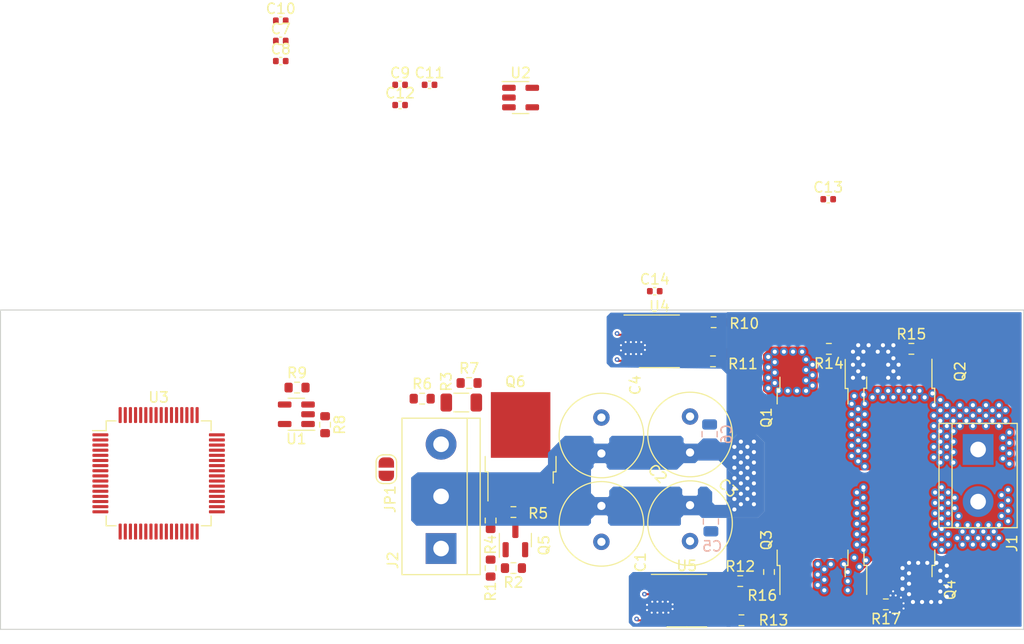
<source format=kicad_pcb>
(kicad_pcb (version 20211014) (generator pcbnew)
  (layers (0 "F.Cu" signal) (1 "In1.Cu" signal) (2 "In2.Cu" signal) (31 "B.Cu" signal) (34 "B.Paste" user) (35 "F.Paste" user) (36 "B.SilkS" user "B.Silkscreen") (37 "F.SilkS" user "F.Silkscreen") (38 "B.Mask" user) (39 "F.Mask" user) (44 "Edge.Cuts" user))
  (net 0 "")
  (net 1 "HBridge_supply")
  (net 2 "GND")
  (net 3 "PowerSupply_Digital")
  (net 4 "Net-(C7-Pad1)")
  (net 5 "Net-(Q5-Pad1)")
  (net 6 "Net-(Q5-Pad3)")
  (net 7 "Net-(Q6-Pad1)")
  (net 8 "I_MON_N")
  (net 9 "HBridge_control")
  (net 10 "Net-(R6-Pad1)")
  (net 11 "Net-(R7-Pad1)")
  (net 12 "I_MON_P")
  (net 13 "PS3V3")
  (net 14 "Gate1")
  (net 15 "Gate2")
  (net 16 "Gate3")
  (net 17 "Gate4")
  (net 18 "/H-Bridge/Coil_1")
  (net 19 "/H-Bridge/Coil_2")
  (net 20 "Current_MON")
  (net 76 "Net-(R10-Pad1)")
  (net 77 "Net-(R11-Pad1)")
  (net 78 "Net-(R12-Pad1)")
  (net 79 "Net-(R13-Pad1)")
  (net 80 "PWM_A")
  (net 81 "PWM_B")
  (footprint "Capacitor_SMD:C_0402_1005Metric" (layer "F.Cu") (at 130.373 85.374)
    (fp_text reference "C9")
    (fp_text value "100n")
  )
  (footprint "TerminalBlock:TerminalBlock_bornier-2_P5.08mm" (layer "F.Cu") (at 186.69 120.904 -90)
    (fp_text reference "J1")
    (fp_text value "LC_Tank")
  )
  (footprint "Package_TO_SOT_SMD:TO-252-2" (layer "F.Cu") (at 179.0192 129.7268 90)
    (fp_text reference "Q4")
    (fp_text value "NP1045G")
  )
  (footprint "Resistor_SMD:R_0603_1608Metric" (layer "F.Cu") (at 160.857 112.314)
    (fp_text reference "R11")
    (fp_text value "240")
  )
  (footprint "Resistor_SMD:R_0603_1608Metric" (layer "F.Cu") (at 120.333 114.872)
    (fp_text reference "R9")
    (fp_text value "TBD" hide)
  )
  (footprint "Capacitor_THT:C_Radial_D8.0mm_H11.5mm_P3.50mm" (layer "F.Cu") (at 149.987 129.901 90)
    (fp_text reference "C1")
    (fp_text value "470uF" hide)
  )
  (footprint "Resistor_SMD:R_0603_1608Metric" (layer "F.Cu") (at 172.149 111.0996 180)
    (fp_text reference "R14")
    (fp_text value "10k")
  )
  (footprint "Capacitor_SMD:C_0402_1005Metric" (layer "F.Cu") (at 118.745 79.118)
    (fp_text reference "C10")
    (fp_text value "100n")
  )
  (footprint "Resistor_SMD:R_1206_3216Metric" (layer "F.Cu") (at 136.3365 116.332 180)
    (fp_text reference "R3")
    (fp_text value "0.001" hide)
  )
  (footprint "Package_TO_SOT_SMD:SOT-23" (layer "F.Cu") (at 141.605 129.731 90)
    (fp_text reference "Q5")
    (fp_text value "MMBT3904" hide)
  )
  (footprint "Resistor_SMD:R_0603_1608Metric" (layer "F.Cu") (at 177.6984 135.9916 180)
    (fp_text reference "R17")
    (fp_text value "10k")
  )
  (footprint "Package_TO_SOT_SMD:TO-252-2" (layer "F.Cu") (at 142.114 120.615 90)
    (fp_text reference "Q6")
    (fp_text value "HYG065P03LQ1" hide)
  )
  (footprint "Resistor_SMD:R_0603_1608Metric" (layer "F.Cu") (at 123.063 118.491 -90)
    (fp_text reference "R8")
    (fp_text value "TBD" hide)
  )
  (footprint "TerminalBlock:TerminalBlock_bornier-3_P5.08mm" (layer "F.Cu") (at 134.366 130.556 90)
    (fp_text reference "J2")
    (fp_text value "Conn_01x03")
  )
  (footprint "Resistor_SMD:R_0603_1608Metric" (layer "F.Cu") (at 163.513 133.731)
    (fp_text reference "R12")
    (fp_text value "240")
  )
  (footprint "Capacitor_SMD:C_0402_1005Metric" (layer "F.Cu") (at 172.085 96.52)
    (fp_text reference "C13")
    (fp_text value "100n")
  )
  (footprint "Package_TO_SOT_SMD:TO-252-2" (layer "F.Cu") (at 179.0112 117.4106 -90)
    (fp_text reference "Q2")
    (fp_text value "NP1045G")
  )
  (footprint "Capacitor_SMD:C_0402_1005Metric" (layer "F.Cu") (at 133.243 85.374)
    (fp_text reference "C11")
    (fp_text value "100n")
  )
  (footprint "Capacitor_SMD:C_0402_1005Metric" (layer "F.Cu") (at 118.745 83.058)
    (fp_text reference "C8")
    (fp_text value "100n")
  )
  (footprint "Resistor_SMD:R_0603_1608Metric" (layer "F.Cu") (at 180.1876 111.0996)
    (fp_text reference "R15")
    (fp_text value "10k")
  )
  (footprint "Capacitor_THT:C_Radial_D8.0mm_H11.5mm_P3.50mm" (layer "F.Cu") (at 149.987 117.793 -90)
    (fp_text reference "C4")
    (fp_text value "470uF" hide)
  )
  (footprint "Resistor_SMD:R_0603_1608Metric" (layer "F.Cu") (at 141.415 132.461)
    (fp_text reference "R2")
    (fp_text value "6k8" hide)
  )
  (footprint "Capacitor_THT:C_Radial_D8.0mm_H11.5mm_P3.50mm" (layer "F.Cu") (at 158.623 117.694 -90)
    (fp_text reference "C2")
    (fp_text value "470uF" hide)
  )
  (footprint "Capacitor_SMD:C_0402_1005Metric" (layer "F.Cu") (at 130.373 87.344)
    (fp_text reference "C12")
    (fp_text value "100n")
  )
  (footprint "Package_SO:SOIC-8_3.9x4.9mm_P1.27mm" (layer "F.Cu") (at 155.637 110.363)
    (fp_text reference "U4")
    (fp_text value "COS4426")
  )
  (footprint "Resistor_SMD:R_0603_1608Metric" (layer "F.Cu") (at 141.415 127 180)
    (fp_text reference "R5")
    (fp_text value "240" hide)
  )
  (footprint "Package_SO:SOIC-8_3.9x4.9mm_P1.27mm" (layer "F.Cu") (at 158.304 135.636)
    (fp_text reference "U5")
    (fp_text value "COS4426")
  )
  (footprint "Capacitor_THT:C_Radial_D8.0mm_H11.5mm_P3.50mm" (layer "F.Cu") (at 158.623 129.83 90)
    (fp_text reference "C3")
    (fp_text value "470uF")
  )
  (footprint "Resistor_SMD:R_0603_1608Metric" (layer "F.Cu") (at 132.525 115.951)
    (fp_text reference "R6")
    (fp_text value "TBD" hide)
  )
  (footprint "Package_TO_SOT_SMD:SOT-23-5" (layer "F.Cu") (at 120.2635 117.473 180)
    (fp_text reference "U1")
    (fp_text value "LM321" hide)
  )
  (footprint "Resistor_SMD:R_0603_1608Metric" (layer "F.Cu") (at 163.63 137.541)
    (fp_text reference "R13")
    (fp_text value "240")
  )
  (footprint "Package_QFP:LQFP-64_10x10mm_P0.5mm" (layer "F.Cu") (at 106.847 123.226)
    (fp_text reference "U3")
    (fp_text value "STM32F103RFTx")
  )
  (footprint "Resistor_SMD:R_0603_1608Metric" (layer "F.Cu") (at 166.3192 132.842 90)
    (fp_text reference "R16")
    (fp_text value "10k")
  )
  (footprint "Capacitor_SMD:C_0402_1005Metric" (layer "F.Cu") (at 118.745 81.088)
    (fp_text reference "C7")
    (fp_text value "100n")
  )
  (footprint "Package_TO_SOT_SMD:TO-252-2" (layer "F.Cu") (at 170.561 117.4324 -90)
    (fp_text reference "Q1")
    (fp_text value "NP1045G")
  )
  (footprint "Resistor_SMD:R_0603_1608Metric" (layer "F.Cu") (at 160.921 108.504)
    (fp_text reference "R10")
    (fp_text value "240")
  )
  (footprint "Capacitor_SMD:C_0402_1005Metric" (layer "F.Cu") (at 155.185 105.48)
    (fp_text reference "C14")
    (fp_text value "100n")
  )
  (footprint "Resistor_SMD:R_0603_1608Metric" (layer "F.Cu") (at 137.097 114.427)
    (fp_text reference "R7")
    (fp_text value "TBD" hide)
  )
  (footprint "Jumper:SolderJumper-2_P1.3mm_Open_RoundedPad1.0x1.5mm" (layer "F.Cu") (at 129.032 122.824 -90)
    (fp_text reference "JP1")
    (fp_text value "PSMerge")
  )
  (footprint "Resistor_SMD:R_0603_1608Metric" (layer "F.Cu") (at 139.192 132.461 -90)
    (fp_text reference "R1")
    (fp_text value "3k3" hide)
  )
  (footprint "Resistor_SMD:R_0603_1608Metric" (layer "F.Cu") (at 139.192 127.826 -90)
    (fp_text reference "R4")
    (fp_text value "5k1" hide)
  )
  (footprint "Package_TO_SOT_SMD:SOT-23-5" (layer "F.Cu") (at 142.113 86.614)
    (fp_text reference "U2")
    (fp_text value "LM321")
  )
  (footprint "Package_TO_SOT_SMD:TO-252-2" (layer "F.Cu") (at 170.561 129.735 90)
    (fp_text reference "Q3")
    (fp_text value "NP1045G")
  )
  (footprint "Capacitor_SMD:C_0805_2012Metric" (layer "B.Cu") (at 160.528 119.416 -90)
    (fp_text reference "C6")
    (fp_text value "100n")
  )
  (footprint "Capacitor_SMD:C_0805_2012Metric" (layer "B.Cu") (at 160.655 127.925 90)
    (fp_text reference "C5")
    (fp_text value "100n")
  )
  (gr_line (start 91.44 107.315) (end 91.44 138.43) (layer "Edge.Cuts") (width 0.1))
  (gr_line (start 91.44 107.315) (end 191.135 107.315) (layer "Edge.Cuts") (width 0.1))
  (gr_line (start 191.135 138.43) (end 91.44 138.43) (layer "Edge.Cuts") (width 0.1))
  (gr_line (start 191.135 107.315) (end 191.135 138.43) (layer "Edge.Cuts") (width 0.1))
  (segment (start 171.9072 118.1862) (end 170.561 119.5324) (width 0.25) (layer "F.Cu") (net 1))
  (segment (start 171.324 111.126) (end 171.6532 111.4552) (width 0.55) (layer "F.Cu") (net 1))
  (segment (start 171.8564 118.237) (end 170.561 119.5324) (width 0.25) (layer "F.Cu") (net 1))
  (segment (start 171.324 111.0996) (end 171.324 111.126) (width 0.55) (layer "F.Cu") (net 1))
  (segment (start 171.6532 111.4552) (end 171.6532 118.4402) (width 0.55) (layer "F.Cu") (net 1))
  (segment (start 171.6532 118.4402) (end 170.561 119.5324) (width 0.55) (layer "F.Cu") (net 1))
  (via (at 179.324 132.461) (size 0.8) (drill 0.4) (layers "F.Cu" "B.Cu") (net 2))
  (via (at 179.959 135.001) (size 0.8) (drill 0.4) (layers "F.Cu" "B.Cu") (net 2))
  (via (at 177.927 111.379) (size 0.8) (drill 0.4) (layers "F.Cu" "B.Cu") (net 2))
  (via (at 179.324 134.493) (size 0.8) (drill 0.4) (layers "F.Cu" "B.Cu") (net 2))
  (via (at 164.846 121.158) (size 0.8) (drill 0.4) (layers "F.Cu" "B.Cu") (net 2))
  (via (at 179.4256 135.89) (size 0.45) (drill 0.2) (layers "F.Cu" "B.Cu") (net 2))
  (via (at 182.118 135.763) (size 0.8) (drill 0.4) (layers "F.Cu" "B.Cu") (net 2))
  (via (at 164.846 120.142) (size 0.8) (drill 0.4) (layers "F.Cu" "B.Cu") (net 2))
  (via (at 183.007 133.731) (size 0.8) (drill 0.4) (layers "F.Cu" "B.Cu") (net 2))
  (via (at 152.3492 110.4392) (size 0.45) (drill 0.2) (layers "F.Cu" "B.Cu") (net 2))
  (via (at 155.448 136.8044) (size 0.45) (drill 0.2) (layers "F.Cu" "B.Cu") (net 2))
  (via (at 154.2288 111.2012) (size 0.45) (drill 0.2) (layers "F.Cu" "B.Cu") (net 2))
  (via (at 162.941 126.746) (size 0.8) (drill 0.4) (layers "F.Cu" "B.Cu") (net 2))
  (via (at 183.642 132.207) (size 0.8) (drill 0.4) (layers "F.Cu" "B.Cu") (net 2))
  (via (at 164.211 120.65) (size 0.8) (drill 0.4) (layers "F.Cu" "B.Cu") (net 2))
  (via (at 175.006 110.744) (size 0.8) (drill 0.4) (layers "F.Cu" "B.Cu") (net 2))
  (via (at 152.8572 110.4392) (size 0.45) (drill 0.2) (layers "F.Cu" "B.Cu") (net 2))
  (via (at 152.3492 111.6076) (size 0.45) (drill 0.2) (layers "F.Cu" "B.Cu") (net 2))
  (via (at 156.9212 135.9916) (size 0.45) (drill 0.2) (layers "F.Cu" "B.Cu") (net 2))
  (via (at 178.943 113.919) (size 0.8) (drill 0.4) (layers "F.Cu" "B.Cu") (net 2))
  (via (at 153.8732 110.4392) (size 0.45) (drill 0.2) (layers "F.Cu" "B.Cu") (net 2))
  (via (at 179.324 133.477) (size 0.8) (drill 0.4) (layers "F.Cu" "B.Cu") (net 2))
  (via (at 177.419 110.744) (size 0.8) (drill 0.4) (layers "F.Cu" "B.Cu") (net 2))
  (via (at 175.006 113.284) (size 0.8) (drill 0.4) (layers "F.Cu" "B.Cu") (net 2))
  (via (at 178.6636 135.128) (size 0.45) (drill 0.2) (layers "F.Cu" "B.Cu") (net 2))
  (via (at 156.464 135.7376) (size 0.45) (drill 0.2) (layers "F.Cu" "B.Cu") (net 2))
  (via (at 163.576 120.142) (size 0.8) (drill 0.4) (layers "F.Cu" "B.Cu") (net 2))
  (via (at 154.8892 136.8044) (size 0.45) (drill 0.2) (layers "F.Cu" "B.Cu") (net 2))
  (via (at 162.941 122.682) (size 0.8) (drill 0.4) (layers "F.Cu" "B.Cu") (net 2))
  (via (at 179.959 131.953) (size 0.8) (drill 0.4) (layers "F.Cu" "B.Cu") (net 2))
  (via (at 181.229 135.763) (size 0.8) (drill 0.4) (layers "F.Cu" "B.Cu") (net 2))
  (via (at 180.848 131.953) (size 0.8) (drill 0.4) (layers "F.Cu" "B.Cu") (net 2))
  (via (at 162.941 123.698) (size 0.8) (drill 0.4) (layers "F.Cu" "B.Cu") (net 2))
  (via (at 164.211 124.714) (size 0.8) (drill 0.4) (layers "F.Cu" "B.Cu") (net 2))
  (via (at 176.022 110.744) (size 0.8) (drill 0.4) (layers "F.Cu" "B.Cu") (net 2))
  (via (at 162.941 120.65) (size 0.8) (drill 0.4) (layers "F.Cu" "B.Cu") (net 2))
  (via (at 151.892 110.744) (size 0.45) (drill 0.2) (layers "F.Cu" "B.Cu") (net 2))
  (via (at 164.211 125.73) (size 0.8) (drill 0.4) (layers "F.Cu" "B.Cu") (net 2))
  (via (at 153.3652 111.6076) (size 0.45) (drill 0.2) (layers "F.Cu" "B.Cu") (net 2))
  (via (at 164.846 126.238) (size 0.8) (drill 0.4) (layers "F.Cu" "B.Cu") (net 2))
  (via (at 164.846 125.222) (size 0.8) (drill 0.4) (layers "F.Cu" "B.Cu") (net 2))
  (via (at 164.846 122.174) (size 0.8) (drill 0.4) (layers "F.Cu" "B.Cu") (net 2))
  (via (at 183.007 134.747) (size 0.8) (drill 0.4) (layers "F.Cu" "B.Cu") (net 2))
  (via (at 162.941 125.73) (size 0.8) (drill 0.4) (layers "F.Cu" "B.Cu") (net 2))
  (via (at 178.1048 136.7536) (size 0.45) (drill 0.2) (layers "F.Cu" "B.Cu") (net 2))
  (via (at 178.4096 134.7216) (size 0.45) (drill 0.2) (layers "F.Cu" "B.Cu") (net 2))
  (via (at 163.576 124.206) (size 0.8) (drill 0.4) (layers "F.Cu" "B.Cu") (net 2))
  (via (at 177.927 113.919) (size 0.8) (drill 0.4) (layers "F.Cu" "B.Cu") (net 2))
  (via (at 163.576 122.174) (size 0.8) (drill 0.4) (layers "F.Cu" "B.Cu") (net 2))
  (via (at 176.911 111.379) (size 0.8) (drill 0.4) (layers "F.Cu" "B.Cu") (net 2))
  (via (at 174.498 111.379) (size 0.8) (drill 0.4) (layers "F.Cu" "B.Cu") (net 2))
  (via (at 163.576 126.238) (size 0.8) (drill 0.4) (layers "F.Cu" "B.Cu") (net 2))
  (via (at 163.576 125.222) (size 0.8) (drill 0.4) (layers "F.Cu" "B.Cu") (net 2))
  (via (at 153.8732 111.6076) (size 0.45) (drill 0.2) (layers "F.Cu" "B.Cu") (net 2))
  (via (at 175.006 112.014) (size 0.8) (drill 0.4) (layers "F.Cu" "B.Cu") (net 2))
  (via (at 154.2288 110.744) (size 0.45) (drill 0.2) (layers "F.Cu" "B.Cu") (net 2))
  (via (at 152.8572 111.6076) (size 0.45) (drill 0.2) (layers "F.Cu" "B.Cu") (net 2))
  (via (at 183.007 135.763) (size 0.8) (drill 0.4) (layers "F.Cu" "B.Cu") (net 2))
  (via (at 154.432 136.5504) (size 0.45) (drill 0.2) (layers "F.Cu" "B.Cu") (net 2))
  (via (at 151.892 111.252) (size 0.45) (drill 0.2) (layers "F.Cu" "B.Cu") (net 2))
  (via (at 178.435 112.014) (size 0.8) (drill 0.4) (layers "F.Cu" "B.Cu") (net 2))
  (via (at 162.941 124.714) (size 0.8) (drill 0.4) (layers "F.Cu" "B.Cu") (net 2))
  (via (at 174.498 112.649) (size 0.8) (drill 0.4) (layers "F.Cu" "B.Cu") (net 2))
  (via (at 163.576 121.158) (size 0.8) (drill 0.4) (layers "F.Cu" "B.Cu") (net 2))
  (via (at 178.435 113.284) (size 0.8) (drill 0.4) (layers "F.Cu" "B.Cu") (net 2))
  (via (at 179.0192 136.7536) (size 0.45) (drill 0.2) (layers "F.Cu" "B.Cu") (net 2))
  (via (at 155.956 135.7376) (size 0.45) (drill 0.2) (layers "F.Cu" "B.Cu") (net 2))
  (via (at 163.576 123.19) (size 0.8) (drill 0.4) (layers "F.Cu" "B.Cu") (net 2))
  (via (at 178.943 112.649) (size 0.8) (drill 0.4) (layers "F.Cu" "B.Cu") (net 2))
  (via (at 156.9212 136.4488) (size 0.45) (drill 0.2) (layers "F.Cu" "B.Cu") (net 2))
  (via (at 154.432 136.0424) (size 0.45) (drill 0.2) (layers "F.Cu" "B.Cu") (net 2))
  (via (at 164.846 123.19) (size 0.8) (drill 0.4) (layers "F.Cu" "B.Cu") (net 2))
  (via (at 180.34 135.763) (size 0.8) (drill 0.4) (layers "F.Cu" "B.Cu") (net 2))
  (via (at 183.007 132.715) (size 0.8) (drill 0.4) (layers "F.Cu" "B.Cu") (net 2))
  (via (at 164.211 123.698) (size 0.8) (drill 0.4) (layers "F.Cu" "B.Cu") (net 2))
  (via (at 179.959 133.985) (size 0.8) (drill 0.4) (layers "F.Cu" "B.Cu") (net 2))
  (via (at 183.642 134.239) (size 0.8) (drill 0.4) (layers "F.Cu" "B.Cu") (net 2))
  (via (at 182.626 131.953) (size 0.8) (drill 0.4) (layers "F.Cu" "B.Cu") (net 2))
  (via (at 164.211 122.682) (size 0.8) (drill 0.4) (layers "F.Cu" "B.Cu") (net 2))
  (via (at 175.514 111.379) (size 0.8) (drill 0.4) (layers "F.Cu" "B.Cu") (net 2))
  (via (at 175.514 113.919) (size 0.8) (drill 0.4) (layers "F.Cu" "B.Cu") (net 2))
  (via (at 179.1716 135.3312) (size 0.45) (drill 0.2) (layers "F.Cu" "B.Cu") (net 2))
  (via (at 153.3652 110.4392) (size 0.45) (drill 0.2) (layers "F.Cu" "B.Cu") (net 2))
  (via (at 164.211 121.666) (size 0.8) (drill 0.4) (layers "F.Cu" "B.Cu") (net 2))
  (via (at 183.642 135.255) (size 0.8) (drill 0.4) (layers "F.Cu" "B.Cu") (net 2))
  (via (at 164.846 124.206) (size 0.8) (drill 0.4) (layers "F.Cu" "B.Cu") (net 2))
  (via (at 178.562 136.9568) (size 0.45) (drill 0.2) (layers "F.Cu" "B.Cu") (net 2))
  (via (at 156.5148 136.8044) (size 0.45) (drill 0.2) (layers "F.Cu" "B.Cu") (net 2))
  (via (at 179.959 132.969) (size 0.8) (drill 0.4) (layers "F.Cu" "B.Cu") (net 2))
  (via (at 183.642 133.223) (size 0.8) (drill 0.4) (layers "F.Cu" "B.Cu") (net 2))
  (via (at 178.435 110.744) (size 0.8) (drill 0.4) (layers "F.Cu" "B.Cu") (net 2))
  (via (at 174.498 113.919) (size 0.8) (drill 0.4) (layers "F.Cu" "B.Cu") (net 2))
  (via (at 181.737 131.953) (size 0.8) (drill 0.4) (layers "F.Cu" "B.Cu") (net 2))
  (via (at 156.0068 136.8044) (size 0.45) (drill 0.2) (layers "F.Cu" "B.Cu") (net 2))
  (via (at 179.4256 136.398) (size 0.45) (drill 0.2) (layers "F.Cu" "B.Cu") (net 2))
  (via (at 155.448 135.7376) (size 0.45) (drill 0.2) (layers "F.Cu" "B.Cu") (net 2))
  (via (at 162.941 121.666) (size 0.8) (drill 0.4) (layers "F.Cu" "B.Cu") (net 2))
  (via (at 175.514 112.649) (size 0.8) (drill 0.4) (layers "F.Cu" "B.Cu") (net 2))
  (via (at 177.927 112.649) (size 0.8) (drill 0.4) (layers "F.Cu" "B.Cu") (net 2))
  (via (at 178.1556 135.128) (size 0.45) (drill 0.2) (layers "F.Cu" "B.Cu") (net 2))
  (via (at 154.94 135.7376) (size 0.45) (drill 0.2) (layers "F.Cu" "B.Cu") (net 2))
  (segment (start 161.682 112.13) (end 163.957 109.855) (width 0.8) (layer "F.Cu") (net 14))
  (segment (start 161.682 112.314) (end 161.682 112.13) (width 0.8) (layer "F.Cu") (net 14))
  (segment (start 163.957 109.855) (end 171.831 109.855) (width 0.8) (layer "F.Cu") (net 14))
  (segment (start 171.831 109.855) (end 172.841 110.865) (width 0.8) (layer "F.Cu") (net 14))
  (segment (start 172.841 110.865) (end 172.841 113.2324) (width 0.8) (layer "F.Cu") (net 14))
  (segment (start 181.2912 109.4092) (end 181.2912 113.2106) (width 0.8) (layer "F.Cu") (net 15))
  (segment (start 161.746 108.504) (end 180.386 108.504) (width 0.8) (layer "F.Cu") (net 15))
  (segment (start 180.386 108.504) (end 181.2912 109.4092) (width 0.8) (layer "F.Cu") (net 15))
  (segment (start 164.338 133.731) (end 168.077 133.731) (width 0.8) (layer "F.Cu") (net 16))
  (segment (start 168.077 133.731) (end 168.281 133.935) (width 0.8) (layer "F.Cu") (net 16))
  (segment (start 176.7392 135.8078) (end 175.006 137.541) (width 0.8) (layer "F.Cu") (net 17))
  (segment (start 175.006 137.541) (end 164.455 137.541) (width 0.8) (layer "F.Cu") (net 17))
  (segment (start 176.7392 133.9268) (end 176.7392 135.8078) (width 0.8) (layer "F.Cu") (net 17))
  (via (at 166.243 114.935) (size 0.8) (drill 0.4) (layers "F.Cu" "B.Cu") (net 18))
  (via (at 176.403 115.824) (size 0.8) (drill 0.4) (layers "F.Cu" "B.Cu") (net 18))
  (via (at 166.243 111.887) (size 0.8) (drill 0.4) (layers "F.Cu" "B.Cu") (net 18))
  (via (at 183.642 120.65) (size 0.8) (drill 0.4) (layers "F.Cu" "B.Cu") (net 18))
  (via (at 184.912 117.602) (size 0.8) (drill 0.4) (layers "F.Cu" "B.Cu") (net 18))
  (via (at 182.372 121.666) (size 0.8) (drill 0.4) (layers "F.Cu" "B.Cu") (net 18))
  (via (at 184.277 119.126) (size 0.8) (drill 0.4) (layers "F.Cu" "B.Cu") (net 18))
  (via (at 181.483 115.824) (size 0.8) (drill 0.4) (layers "F.Cu" "B.Cu") (net 18))
  (via (at 174.625 115.697) (size 0.8) (drill 0.4) (layers "F.Cu" "B.Cu") (net 18))
  (via (at 179.959 115.189) (size 0.8) (drill 0.4) (layers "F.Cu" "B.Cu") (net 18))
  (via (at 180.467 115.824) (size 0.8) (drill 0.4) (layers "F.Cu" "B.Cu") (net 18))
  (via (at 175.641 116.459) (size 0.8) (drill 0.4) (layers "F.Cu" "B.Cu") (net 18))
  (via (at 189.738 120.269) (size 0.8) (drill 0.4) (layers "F.Cu" "B.Cu") (net 18))
  (via (at 177.927 115.189) (size 0.8) (drill 0.4) (layers "F.Cu" "B.Cu") (net 18))
  (via (at 185.547 118.11) (size 0.8) (drill 0.4) (layers "F.Cu" "B.Cu") (net 18))
  (via (at 188.722 116.586) (size 0.8) (drill 0.4) (layers "F.Cu" "B.Cu") (net 18))
  (via (at 189.357 118.11) (size 0.8) (drill 0.4) (layers "F.Cu" "B.Cu") (net 18))
  (via (at 167.259 115.189) (size 0.8) (drill 0.4) (layers "F.Cu" "B.Cu") (net 18))
  (via (at 182.245 115.443) (size 0.8) (drill 0.4) (layers "F.Cu" "B.Cu") (net 18))
  (via (at 169.037 115.189) (size 0.8) (drill 0.4) (layers "F.Cu" "B.Cu") (net 18))
  (via (at 183.007 117.094) (size 0.8) (drill 0.4) (layers "F.Cu" "B.Cu") (net 18))
  (via (at 183.642 116.586) (size 0.8) (drill 0.4) (layers "F.Cu" "B.Cu") (net 18))
  (via (at 170.561 114.681) (size 0.8) (drill 0.4) (layers "F.Cu" "B.Cu") (net 18))
  (via (at 178.943 115.189) (size 0.8) (drill 0.4) (layers "F.Cu" "B.Cu") (net 18))
  (via (at 175.006 121.031) (size 0.8) (drill 0.4) (layers "F.Cu" "B.Cu") (net 18))
  (via (at 183.007 121.158) (size 0.8) (drill 0.4) (layers "F.Cu" "B.Cu") (net 18))
  (via (at 189.357 117.094) (size 0.8) (drill 0.4) (layers "F.Cu" "B.Cu") (net 18))
  (via (at 188.087 117.094) (size 0.8) (drill 0.4) (layers "F.Cu" "B.Cu") (net 18))
  (via (at 184.912 118.618) (size 0.8) (drill 0.4) (layers "F.Cu" "B.Cu") (net 18))
  (via (at 175.006 118.999) (size 0.8) (drill 0.4) (layers "F.Cu" "B.Cu") (net 18))
  (via (at 175.641 121.539) (size 0.8) (drill 0.4) (layers "F.Cu" "B.Cu") (net 18))
  (via (at 184.277 122.174) (size 0.8) (drill 0.4) (layers "F.Cu" "B.Cu") (net 18))
  (via (at 187.452 116.586) (size 0.8) (drill 0.4) (layers "F.Cu" "B.Cu") (net 18))
  (via (at 177.419 115.824) (size 0.8) (drill 0.4) (layers "F.Cu" "B.Cu") (net 18))
  (via (at 187.452 117.602) (size 0.8) (drill 0.4) (layers "F.Cu" "B.Cu") (net 18))
  (via (at 189.738 119.253) (size 0.8) (drill 0.4) (layers "F.Cu" "B.Cu") (net 18))
  (via (at 175.641 120.523) (size 0.8) (drill 0.4) (layers "F.Cu" "B.Cu") (net 18))
  (via (at 186.182 117.602) (size 0.8) (drill 0.4) (layers "F.Cu" "B.Cu") (net 18))
  (via (at 185.547 117.094) (size 0.8) (drill 0.4) (layers "F.Cu" "B.Cu") (net 18))
  (via (at 166.878 111.379) (size 0.8) (drill 0.4) (layers "F.Cu" "B.Cu") (net 18))
  (via (at 186.182 116.586) (size 0.8) (drill 0.4) (layers "F.Cu" "B.Cu") (net 18))
  (via (at 183.007 118.11) (size 0.8) (drill 0.4) (layers "F.Cu" "B.Cu") (net 18))
  (via (at 174.371 121.539) (size 0.8) (drill 0.4) (layers "F.Cu" "B.Cu") (net 18))
  (via (at 189.738 121.285) (size 0.8) (drill 0.4) (layers "F.Cu" "B.Cu") (net 18))
  (via (at 186.817 118.11) (size 0.8) (drill 0.4) (layers "F.Cu" "B.Cu") (net 18))
  (via (at 182.372 118.618) (size 0.8) (drill 0.4) (layers "F.Cu" "B.Cu") (net 18))
  (via (at 189.738 122.301) (size 0.8) (drill 0.4) (layers "F.Cu" "B.Cu") (net 18))
  (via (at 175.641 122.555) (size 0.8) (drill 0.4) (layers "F.Cu" "B.Cu") (net 18))
  (via (at 182.372 119.634) (size 0.8) (drill 0.4) (layers "F.Cu" "B.Cu") (net 18))
  (via (at 183.642 119.634) (size 0.8) (drill 0.4) (layers "F.Cu" "B.Cu") (net 18))
  (via (at 180.975 115.189) (size 0.8) (drill 0.4) (layers "F.Cu" "B.Cu") (net 18))
  (via (at 175.006 120.015) (size 0.8) (drill 0.4) (layers "F.Cu" "B.Cu") (net 18))
  (via (at 174.371 118.491) (size 0.8) (drill 0.4) (layers "F.Cu" "B.Cu") (net 18))
  (via (at 169.545 111.379) (size 0.8) (drill 0.4) (layers "F.Cu" "B.Cu") (net 18))
  (via (at 170.561 113.665) (size 0.8) (drill 0.4) (layers "F.Cu" "B.Cu") (net 18))
  (via (at 175.641 117.475) (size 0.8) (drill 0.4) (layers "F.Cu" "B.Cu") (net 18))
  (via (at 175.641 118.491) (size 0.8) (drill 0.4) (layers "F.Cu" "B.Cu") (net 18))
  (via (at 186.817 117.094) (size 0.8) (drill 0.4) (layers "F.Cu" "B.Cu") (net 18))
  (via (at 174.371 119.507) (size 0.8) (drill 0.4) (layers "F.Cu" "B.Cu") (net 18))
  (via (at 184.912 116.586) (size 0.8) (drill 0.4) (layers "F.Cu" "B.Cu") (net 18))
  (via (at 168.656 111.379) (size 0.8) (drill 0.4) (layers "F.Cu" "B.Cu") (net 18))
  (via (at 175.641 119.507) (size 0.8) (drill 0.4) (layers "F.Cu" "B.Cu") (net 18))
  (via (at 183.007 122.174) (size 0.8) (drill 0.4) (layers "F.Cu" "B.Cu") (net 18))
  (via (at 169.926 115.189) (size 0.8) (drill 0.4) (layers "F.Cu" "B.Cu") (net 18))
  (via (at 182.372 120.65) (size 0.8) (drill 0.4) (layers "F.Cu" "B.Cu") (net 18))
  (via (at 170.561 112.649) (size 0.8) (drill 0.4) (layers "F.Cu" "B.Cu") (net 18))
  (via (at 167.767 111.379) (size 0.8) (drill 0.4) (layers "F.Cu" "B.Cu") (net 18))
  (via (at 182.372 116.586) (size 0.8) (drill 0.4) (layers "F.Cu" "B.Cu") (net 18))
  (via (at 186.182 118.618) (size 0.8) (drill 0.4) (layers "F.Cu" "B.Cu") (net 18))
  (via (at 189.103 120.777) (size 0.8) (drill 0.4) (layers "F.Cu" "B.Cu") (net 18))
  (via (at 169.926 114.173) (size 0.8) (drill 0.4) (layers "F.Cu" "B.Cu") (net 18))
  (via (at 183.642 117.602) (size 0.8) (drill 0.4) (layers "F.Cu" "B.Cu") (net 18))
  (via (at 183.007 116.078) (size 0.8) (drill 0.4) (layers "F.Cu" "B.Cu") (net 18))
  (via (at 184.277 117.094) (size 0.8) (drill 0.4) (layers "F.Cu" "B.Cu") (net 18))
  (via (at 166.243 113.919) (size 0.8) (drill 0.4) (layers "F.Cu" "B.Cu") (net 18))
  (via (at 166.243 112.903) (size 0.8) (drill 0.4) (layers "F.Cu" "B.Cu") (net 18))
  (via (at 189.103 119.761) (size 0.8) (drill 0.4) (layers "F.Cu" "B.Cu") (net 18))
  (via (at 176.911 115.189) (size 0.8) (drill 0.4) (layers "F.Cu" "B.Cu") (net 18))
  (via (at 174.371 116.459) (size 0.8) (drill 0.4) (layers "F.Cu" "B.Cu") (net 18))
  (via (at 169.926 112.141) (size 0.8) (drill 0.4) (layers "F.Cu" "B.Cu") (net 18))
  (via (at 183.642 118.618) (size 0.8) (drill 0.4) (layers "F.Cu" "B.Cu") (net 18))
  (via (at 187.452 118.618) (size 0.8) (drill 0.4) (layers "F.Cu" "B.Cu") (net 18))
  (via (at 184.277 120.142) (size 0.8) (drill 0.4) (layers "F.Cu" "B.Cu") (net 18))
  (via (at 182.372 117.602) (size 0.8) (drill 0.4) (layers "F.Cu" "B.Cu") (net 18))
  (via (at 188.722 117.602) (size 0.8) (drill 0.4) (layers "F.Cu" "B.Cu") (net 18))
  (via (at 188.087 118.11) (size 0.8) (drill 0.4) (layers "F.Cu" "B.Cu") (net 18))
  (via (at 175.006 116.967) (size 0.8) (drill 0.4) (layers "F.Cu" "B.Cu") (net 18))
  (via (at 188.722 118.618) (size 0.8) (drill 0.4) (layers "F.Cu" "B.Cu") (net 18))
  (via (at 183.007 120.142) (size 0.8) (drill 0.4) (layers "F.Cu" "B.Cu") (net 18))
  (via (at 174.371 120.523) (size 0.8) (drill 0.4) (layers "F.Cu" "B.Cu") (net 18))
  (via (at 179.451 115.824) (size 0.8) (drill 0.4) (layers "F.Cu" "B.Cu") (net 18))
  (via (at 184.277 121.158) (size 0.8) (drill 0.4) (layers "F.Cu" "B.Cu") (net 18))
  (via (at 175.006 117.983) (size 0.8) (drill 0.4) (layers "F.Cu" "B.Cu") (net 18))
  (via (at 183.007 119.126) (size 0.8) (drill 0.4) (layers "F.Cu" "B.Cu") (net 18))
  (via (at 166.878 113.411) (size 0.8) (drill 0.4) (layers "F.Cu" "B.Cu") (net 18))
  (via (at 174.371 117.475) (size 0.8) (drill 0.4) (layers "F.Cu" "B.Cu") (net 18))
  (via (at 183.642 121.666) (size 0.8) (drill 0.4) (layers "F.Cu" "B.Cu") (net 18))
  (via (at 166.878 112.395) (size 0.8) (drill 0.4) (layers "F.Cu" "B.Cu") (net 18))
  (via (at 175.006 122.047) (size 0.8) (drill 0.4) (layers "F.Cu" "B.Cu") (net 18))
  (via (at 169.926 113.157) (size 0.8) (drill 0.4) (layers "F.Cu" "B.Cu") (net 18))
  (via (at 184.277 118.11) (size 0.8) (drill 0.4) (layers "F.Cu" "B.Cu") (net 18))
  (via (at 189.103 121.793) (size 0.8) (drill 0.4) (layers "F.Cu" "B.Cu") (net 18))
  (via (at 166.878 114.427) (size 0.8) (drill 0.4) (layers "F.Cu" "B.Cu") (net 18))
  (via (at 175.514 115.57) (size 0.8) (drill 0.4) (layers "F.Cu" "B.Cu") (net 18))
  (via (at 178.435 115.824) (size 0.8) (drill 0.4) (layers "F.Cu" "B.Cu") (net 18))
  (via (at 168.148 115.189) (size 0.8) (drill 0.4) (layers "F.Cu" "B.Cu") (net 18))
  (via (at 185.166 130.175) (size 0.8) (drill 0.4) (layers "F.Cu" "B.Cu") (net 19))
  (via (at 171.069 134.112) (size 0.8) (drill 0.4) (layers "F.Cu" "B.Cu") (net 19))
  (via (at 186.69 128.27) (size 0.8) (drill 0.4) (layers "F.Cu" "B.Cu") (net 19))
  (via (at 171.069 132.08) (size 0.8) (drill 0.4) (layers "F.Cu" "B.Cu") (net 19))
  (via (at 174.625 131.445) (size 0.8) (drill 0.4) (layers "F.Cu" "B.Cu") (net 19))
  (via (at 175.514 126.619) (size 0.8) (drill 0.4) (layers "F.Cu" "B.Cu") (net 19))
  (via (at 183.769 127.127) (size 0.8) (drill 0.4) (layers "F.Cu" "B.Cu") (net 19))
  (via (at 175.514 129.667) (size 0.8) (drill 0.4) (layers "F.Cu" "B.Cu") (net 19))
  (via (at 183.134 126.619) (size 0.8) (drill 0.4) (layers "F.Cu" "B.Cu") (net 19))
  (via (at 184.785 127.381) (size 0.8) (drill 0.4) (layers "F.Cu" "B.Cu") (net 19))
  (via (at 188.214 128.905) (size 0.8) (drill 0.4) (layers "F.Cu" "B.Cu") (net 19))
  (via (at 174.879 126.111) (size 0.8) (drill 0.4) (layers "F.Cu" "B.Cu") (net 19))
  (via (at 183.769 125.095) (size 0.8) (drill 0.4) (layers "F.Cu" "B.Cu") (net 19))
  (via (at 184.658 129.54) (size 0.8) (drill 0.4) (layers "F.Cu" "B.Cu") (net 19))
  (via (at 173.99 132.842) (size 0.8) (drill 0.4) (layers "F.Cu" "B.Cu") (net 19))
  (via (at 175.514 124.587) (size 0.8) (drill 0.4) (layers "F.Cu" "B.Cu") (net 19))
  (via (at 184.404 126.619) (size 0.8) (drill 0.4) (layers "F.Cu" "B.Cu") (net 19))
  (via (at 171.069 133.096) (size 0.8) (drill 0.4) (layers "F.Cu" "B.Cu") (net 19))
  (via (at 174.879 129.159) (size 0.8) (drill 0.4) (layers "F.Cu" "B.Cu") (net 19))
  (via (at 187.198 128.905) (size 0.8) (drill 0.4) (layers "F.Cu" "B.Cu") (net 19))
  (via (at 175.133 132.334) (size 0.8) (drill 0.4) (layers "F.Cu" "B.Cu") (net 19))
  (via (at 173.609 132.08) (size 0.8) (drill 0.4) (layers "F.Cu" "B.Cu") (net 19))
  (via (at 183.769 128.143) (size 0.8) (drill 0.4) (layers "F.Cu" "B.Cu") (net 19))
  (via (at 172.339 132.08) (size 0.8) (drill 0.4) (layers "F.Cu" "B.Cu") (net 19))
  (via (at 182.499 127.127) (size 0.8) (drill 0.4) (layers "F.Cu" "B.Cu") (net 19))
  (via (at 183.134 125.603) (size 0.8) (drill 0.4) (layers "F.Cu" "B.Cu") (net 19))
  (via (at 173.99 134.62) (size 0.8) (drill 0.4) (layers "F.Cu" "B.Cu") (net 19))
  (via (at 183.134 124.587) (size 0.8) (drill 0.4) (layers "F.Cu" "B.Cu") (net 19))
  (via (at 189.611 127.889) (size 0.8) (drill 0.4) (layers "F.Cu" "B.Cu") (net 19))
  (via (at 174.879 125.095) (size 0.8) (drill 0.4) (layers "F.Cu" "B.Cu") (net 19))
  (via (at 186.182 128.905) (size 0.8) (drill 0.4) (layers "F.Cu" "B.Cu") (net 19))
  (via (at 188.976 126.365) (size 0.8) (drill 0.4) (layers "F.Cu" "B.Cu") (net 19))
  (via (at 188.214 130.175) (size 0.8) (drill 0.4) (layers "F.Cu" "B.Cu") (net 19))
  (via (at 185.166 128.905) (size 0.8) (drill 0.4) (layers "F.Cu" "B.Cu") (net 19))
  (via (at 182.499 130.175) (size 0.8) (drill 0.4) (layers "F.Cu" "B.Cu") (net 19))
  (via (at 174.879 130.175) (size 0.8) (drill 0.4) (layers "F.Cu" "B.Cu") (net 19))
  (via (at 182.499 126.111) (size 0.8) (drill 0.4) (layers "F.Cu" "B.Cu") (net 19))
  (via (at 185.674 129.54) (size 0.8) (drill 0.4) (layers "F.Cu" "B.Cu") (net 19))
  (via (at 188.976 125.349) (size 0.8) (drill 0.4) (layers "F.Cu" "B.Cu") (net 19))
  (via (at 188.722 129.54) (size 0.8) (drill 0.4) (layers "F.Cu" "B.Cu") (net 19))
  (via (at 188.976 127.381) (size 0.8) (drill 0.4) (layers "F.Cu" "B.Cu") (net 19))
  (via (at 183.134 128.651) (size 0.8) (drill 0.4) (layers "F.Cu" "B.Cu") (net 19))
  (via (at 186.69 129.54) (size 0.8) (drill 0.4) (layers "F.Cu" "B.Cu") (net 19))
  (via (at 187.198 130.175) (size 0.8) (drill 0.4) (layers "F.Cu" "B.Cu") (net 19))
  (via (at 174.879 127.127) (size 0.8) (drill 0.4) (layers "F.Cu" "B.Cu") (net 19))
  (via (at 189.611 124.841) (size 0.8) (drill 0.4) (layers "F.Cu" "B.Cu") (net 19))
  (via (at 186.182 130.175) (size 0.8) (drill 0.4) (layers "F.Cu" "B.Cu") (net 19))
  (via (at 175.514 128.651) (size 0.8) (drill 0.4) (layers "F.Cu" "B.Cu") (net 19))
  (via (at 184.404 125.603) (size 0.8) (drill 0.4) (layers "F.Cu" "B.Cu") (net 19))
  (via (at 175.514 130.683) (size 0.8) (drill 0.4) (layers "F.Cu" "B.Cu") (net 19))
  (via (at 183.769 130.175) (size 0.8) (drill 0.4) (layers "F.Cu" "B.Cu") (net 19))
  (via (at 189.611 125.857) (size 0.8) (drill 0.4) (layers "F.Cu" "B.Cu") (net 19))
  (via (at 184.658 128.27) (size 0.8) (drill 0.4) (layers "F.Cu" "B.Cu") (net 19))
  (via (at 187.706 128.27) (size 0.8) (drill 0.4) (layers "F.Cu" "B.Cu") (net 19))
  (via (at 183.134 129.667) (size 0.8) (drill 0.4) (layers "F.Cu" "B.Cu") (net 19))
  (via (at 173.99 133.731) (size 0.8) (drill 0.4) (layers "F.Cu" "B.Cu") (net 19))
  (via (at 182.499 128.143) (size 0.8) (drill 0.4) (layers "F.Cu" "B.Cu") (net 19))
  (via (at 183.134 130.683) (size 0.8) (drill 0.4) (layers "F.Cu" "B.Cu") (net 19))
  (via (at 171.704 132.588) (size 0.8) (drill 0.4) (layers "F.Cu" "B.Cu") (net 19))
  (via (at 171.704 134.62) (size 0.8) (drill 0.4) (layers "F.Cu" "B.Cu") (net 19))
  (via (at 175.768 131.699) (size 0.8) (drill 0.4) (layers "F.Cu" "B.Cu") (net 19))
  (via (at 187.706 129.54) (size 0.8) (drill 0.4) (layers "F.Cu" "B.Cu") (net 19))
  (via (at 182.499 129.159) (size 0.8) (drill 0.4) (layers "F.Cu" "B.Cu") (net 19))
  (via (at 189.611 126.873) (size 0.8) (drill 0.4) (layers "F.Cu" "B.Cu") (net 19))
  (via (at 171.704 133.604) (size 0.8) (drill 0.4) (layers "F.Cu" "B.Cu") (net 19))
  (via (at 185.674 128.27) (size 0.8) (drill 0.4) (layers "F.Cu" "B.Cu") (net 19))
  (via (at 188.722 128.27) (size 0.8) (drill 0.4) (layers "F.Cu" "B.Cu") (net 19))
  (via (at 174.879 128.143) (size 0.8) (drill 0.4) (layers "F.Cu" "B.Cu") (net 19))
  (via (at 183.134 127.635) (size 0.8) (drill 0.4) (layers "F.Cu" "B.Cu") (net 19))
  (via (at 183.769 126.111) (size 0.8) (drill 0.4) (layers "F.Cu" "B.Cu") (net 19))
  (via (at 182.499 125.095) (size 0.8) (drill 0.4) (layers "F.Cu" "B.Cu") (net 19))
  (via (at 183.769 129.159) (size 0.8) (drill 0.4) (layers "F.Cu" "B.Cu") (net 19))
  (via (at 175.514 125.603) (size 0.8) (drill 0.4) (layers "F.Cu" "B.Cu") (net 19))
  (via (at 175.514 127.635) (size 0.8) (drill 0.4) (layers "F.Cu" "B.Cu") (net 19))
  (segment (start 159.004 109.728) (end 160.096 108.636) (width 0.6) (layer "F.Cu") (net 76))
  (segment (start 160.096 108.636) (end 160.096 108.504) (width 0.6) (layer "F.Cu") (net 76))
  (segment (start 158.112 109.728) (end 159.004 109.728) (width 0.6) (layer "F.Cu") (net 76))
  (segment (start 158.158 112.314) (end 158.112 112.268) (width 0.5) (layer "F.Cu") (net 77))
  (segment (start 160.032 112.314) (end 158.158 112.314) (width 0.5) (layer "F.Cu") (net 77))
  (segment (start 160.779 135.001) (end 161.671 135.001) (width 0.6) (layer "F.Cu") (net 78))
  (segment (start 161.671 135.001) (end 162.688 133.984) (width 0.6) (layer "F.Cu") (net 78))
  (segment (start 162.688 133.984) (end 162.688 133.731) (width 0.6) (layer "F.Cu") (net 78))
  (segment (start 160.779 137.541) (end 162.805 137.541) (width 0.6) (layer "F.Cu") (net 79))
  (segment (start 153.062 112.268) (end 151.638 112.268) (width 0.2) (layer "F.Cu") (net 80))
  (segment (start 153.555 137.553) (end 153.416 137.414) (width 0.2) (layer "F.Cu") (net 80))
  (segment (start 155.829 137.553) (end 153.555 137.553) (width 0.2) (layer "F.Cu") (net 80))
  (segment (start 151.638 112.268) (end 151.511 112.141) (width 0.2) (layer "F.Cu") (net 80))
  (via (at 151.511 112.141) (size 0.45) (drill 0.2) (layers "F.Cu" "B.Cu") (net 80))
  (via (at 153.416 137.414) (size 0.45) (drill 0.2) (layers "F.Cu" "B.Cu") (net 80))
  (segment (start 151.638 109.728) (end 151.511 109.601) (width 0.2) (layer "F.Cu") (net 81))
  (segment (start 155.817 135.001) (end 154.178 135.001) (width 0.2) (layer "F.Cu") (net 81))
  (segment (start 153.062 109.728) (end 151.638 109.728) (width 0.2) (layer "F.Cu") (net 81))
  (segment (start 155.829 135.013) (end 155.817 135.001) (width 0.2) (layer "F.Cu") (net 81))
  (via (at 151.511 109.601) (size 0.45) (drill 0.2) (layers "F.Cu" "B.Cu") (net 81))
  (via (at 154.178 135.001) (size 0.45) (drill 0.2) (layers "F.Cu" "B.Cu") (net 81))
  (zone (net 19) (net_name "/H-Bridge/Coil_2") (layer "F.Cu") (priority 4) (connect_pads yes (clearance 0.208)) (min_thickness 0.154) (fill yes (thermal_gap 0.208) (thermal_bridge_width 0.208))
    (polygon (pts (xy 190.246 124.587) (xy 190.246 129.794) (xy 188.976 131.064) (xy 177.038 131.064) (xy 174.752 133.35) (xy 174.752 135.128) (xy 174.244 135.509) (xy 174.244 135.636) (xy 171.323 135.636) (xy 170.561 134.62) (xy 170.561 134.493) (xy 170.561 131.826) (xy 170.815 131.572) (xy 173.355 131.572) (xy 174.244 130.683) (xy 174.244 124.46) (xy 174.752 123.952) (xy 189.611 123.952)))
  )
  (zone (net 18) (net_name "/H-Bridge/Coil_1") (layer "F.Cu") (priority 4) (connect_pads yes (clearance 0.208)) (min_thickness 0.154) (fill yes (thermal_gap 0.208) (thermal_bridge_width 0.208))
    (polygon (pts (xy 190.246 117.221) (xy 190.246 122.682) (xy 189.738 123.19) (xy 183.642 123.19) (xy 183.388 122.936) (xy 175.133 122.936) (xy 175.006 122.936) (xy 174.752 122.936) (xy 173.736 121.92) (xy 173.736 115.57) (xy 174.625 114.681) (xy 187.833 114.681)))
  )
  (zone (net 2) (net_name "GND") (layer "F.Cu") (priority 4) (connect_pads yes (clearance 0.208)) (min_thickness 0.154) (fill yes (thermal_gap 0.208) (thermal_bridge_width 0.208))
    (polygon (pts (xy 179.578 110.871) (xy 179.578 113.919) (xy 178.943 114.554) (xy 178.689 114.554) (xy 174.498 114.554) (xy 173.99 114.046) (xy 173.99 110.871) (xy 174.498 110.236) (xy 179.07 110.236)))
  )
  (zone (net 2) (net_name "GND") (layer "F.Cu") (priority 4) (connect_pads yes (clearance 0.208)) (min_thickness 0.254) (fill yes (thermal_gap 0.508) (thermal_bridge_width 0.508))
    (polygon (pts (xy 179.8828 136.2456) (xy 179.8828 136.5504) (xy 179.324 137.2108) (xy 178.1048 137.2108) (xy 178.0032 137.1092) (xy 177.7492 136.8552) (xy 177.7492 134.874) (xy 178.2064 134.4168) (xy 178.816 134.4168)))
  )
  (zone (net 2) (net_name "GND") (layer "F.Cu") (priority 4) (connect_pads yes (clearance 0.208)) (min_thickness 0.154) (fill yes (thermal_gap 0.208) (thermal_bridge_width 0.208))
    (polygon (pts (xy 184.15 131.953) (xy 184.15 135.509) (xy 183.388 136.271) (xy 179.832 136.271) (xy 178.816 135.255) (xy 178.816 132.08) (xy 179.705 131.318) (xy 183.388 131.318)))
  )
  (zone (net 18) (net_name "/H-Bridge/Coil_1") (layer "F.Cu") (priority 4) (connect_pads yes (clearance 0.208)) (min_thickness 0.154) (fill yes (thermal_gap 0.208) (thermal_bridge_width 0.208))
    (polygon (pts (xy 165.735 115.189) (xy 165.735 111.633) (xy 166.497 110.871) (xy 170.053 110.871) (xy 171.069 111.887) (xy 171.069 115.062) (xy 170.18 115.824) (xy 166.497 115.824)))
  )
  (zone (net 2) (net_name "GND") (layer "B.Cu") (priority 2) (connect_pads yes (clearance 0.208)) (min_thickness 0.254) (fill yes (thermal_gap 0.508) (thermal_bridge_width 0.508))
    (polygon (pts (xy 161.671 113.03) (xy 150.876 112.903) (xy 150.495 112.522) (xy 150.495 107.95) (xy 150.876 107.569) (xy 152.781 107.569) (xy 162.179 107.569) (xy 162.179 113.538)))
  )
  (zone (net 2) (net_name "GND") (layer "B.Cu") (priority 2) (connect_pads yes (clearance 0.208)) (min_thickness 0.154) (fill yes (thermal_gap 0.208) (thermal_bridge_width 0.208))
    (polygon (pts (xy 191.008 138.176) (xy 162.179 138.176) (xy 162.179 107.442) (xy 191.008 107.442)))
  )
  (zone (net 2) (net_name "GND") (layer "B.Cu") (priority 5) (connect_pads yes (clearance 0.208)) (min_thickness 0.154) (fill yes (thermal_gap 0.208) (thermal_bridge_width 0.208))
    (polygon (pts (xy 165.227 127.572) (xy 159.766 127.572) (xy 159.512 127.318) (xy 157.988 127.318) (xy 157.734 127.572) (xy 157.734 128.207) (xy 157.607 128.334) (xy 150.876 128.334) (xy 150.622 128.08) (xy 150.622 127.445) (xy 150.495 127.318) (xy 149.352 127.318) (xy 148.971 127.699) (xy 148.971 128.08) (xy 148.717 128.334) (xy 131.953 128.334) (xy 131.445 127.826) (xy 131.445 123.635) (xy 132.08 123.127) (xy 144.018 123.127) (xy 144.78 122.365) (xy 144.78 121.222) (xy 146.431 119.571) (xy 148.971 119.571) (xy 149.225 119.825) (xy 149.225 120.206) (xy 149.352 120.333) (xy 150.622 120.333) (xy 150.749 120.206) (xy 150.749 119.825) (xy 151.003 119.571) (xy 157.734 119.571) (xy 157.988 119.825) (xy 157.988 120.206) (xy 158.115 120.333) (xy 159.385 120.333) (xy 159.893 119.825) (xy 161.163 119.825) (xy 161.544 120.206) (xy 162.433 120.206) (xy 163.195 119.444) (xy 165.1 119.444) (xy 165.862 120.206) (xy 165.862 126.937)))
    (polygon (pts (xy 159.385 121.984) (xy 159.131 122.238) (xy 157.988 122.238) (xy 157.353 122.873) (xy 150.749 122.873) (xy 150.495 122.619) (xy 150.495 122.365) (xy 150.368 122.238) (xy 149.352 122.238) (xy 149.225 122.365) (xy 149.225 122.619) (xy 148.971 122.873) (xy 148.971 125.159) (xy 149.352 125.54) (xy 150.622 125.54) (xy 150.749 125.413) (xy 150.749 124.905) (xy 151.13 124.524) (xy 157.607 124.524) (xy 157.861 124.778) (xy 157.861 125.286) (xy 157.988 125.413) (xy 159.258 125.413) (xy 159.385 125.286) (xy 159.385 124.778) (xy 159.639 124.524) (xy 160.274 124.524) (xy 160.782 125.032) (xy 160.782 126.048) (xy 161.036 126.302) (xy 162.179 126.302) (xy 163.195 125.286) (xy 163.195 123.762) (xy 161.417 121.984)))
  )
  (zone (net 2) (net_name "GND") (layer "B.Cu") (priority 2) (connect_pads yes (clearance 0.208)) (min_thickness 0.254) (fill yes (thermal_gap 0.508) (thermal_bridge_width 0.508))
    (polygon (pts (xy 162.56 138.176) (xy 153.035 138.176) (xy 152.654 137.795) (xy 152.654 133.223) (xy 153.035 132.842) (xy 153.924 132.842) (xy 161.798 132.842) (xy 162.179 132.461)))
  )
)
</source>
